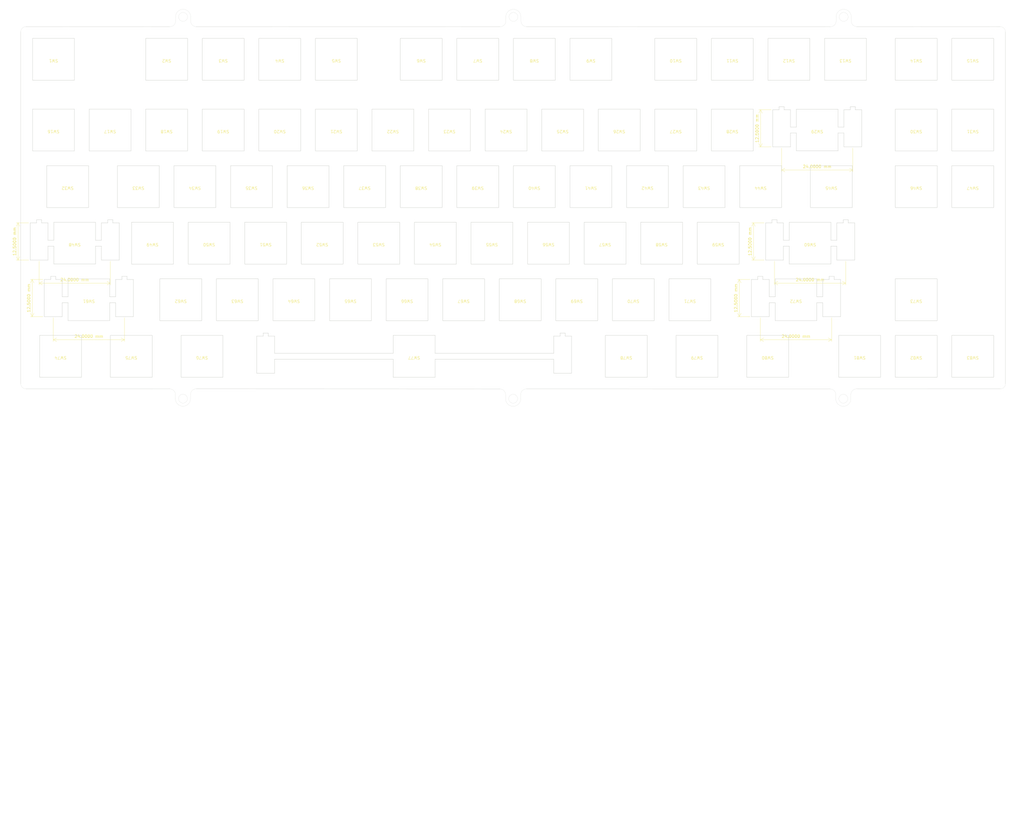
<source format=kicad_pcb>
(kicad_pcb (version 20241229) (generator "pcbnew") (generator_version "9.0")
  (layers (0 "F.Cu" signal) (2 "B.Cu" signal) (13 "F.Paste" user) (15 "B.Paste" user) (5 "F.SilkS" user "F.Silkscreen") (7 "B.SilkS" user "B.Silkscreen") (1 "F.Mask" user) (3 "B.Mask" user) (25 "Edge.Cuts" user))
  (net 0 "")
  (footprint "JohnDeereLibrary:Gateron KS33 Plate" (layer "F.Cu") (at 302.133 48.3235 180)
    (property "Reference" "SW12" (at 0 -0.5 180) (layer "F.SilkS"))
    (property "Value" "~")
    (fp_rect (start -7.05 -7.05) (end 7.05 7.05) (stroke (width 0.12)) (fill no) (layer "Edge.Cuts"))
  )
  (footprint "JohnDeereLibrary:Gateron KS33 Plate" (layer "F.Cu") (at 164.0205 110.236 180)
    (property "Reference" "SW53" (at 0 -0.5 180) (layer "F.SilkS"))
    (property "Value" "~")
    (fp_rect (start -7.05 -7.05) (end 7.05 7.05) (stroke (width 0.12)) (fill no) (layer "Edge.Cuts"))
  )
  (footprint "JohnDeereLibrary:Gateron KS33 Plate" (layer "F.Cu") (at 202.1205 110.236 180)
    (property "Reference" "SW55" (at 0 -0.5 180) (layer "F.SilkS"))
    (property "Value" "~")
    (fp_rect (start -7.05 -7.05) (end 7.05 7.05) (stroke (width 0.12)) (fill no) (layer "Edge.Cuts"))
  )
  (footprint "JohnDeereLibrary:Gateron KS33 Plate" (layer "F.Cu") (at 206.883 72.136 180)
    (property "Reference" "SW24" (at 0 -0.5 180) (layer "F.SilkS"))
    (property "Value" "~")
    (fp_rect (start -7.05 -7.05) (end 7.05 7.05) (stroke (width 0.12)) (fill no) (layer "Edge.Cuts"))
  )
  (footprint "JohnDeereLibrary:Gateron KS33 Plate" (layer "F.Cu") (at 135.4455 129.286 180)
    (property "Reference" "SW64" (at 0 -0.5 180) (layer "F.SilkS"))
    (property "Value" "~")
    (fp_rect (start -7.05 -7.05) (end 7.05 7.05) (stroke (width 0.12)) (fill no) (layer "Edge.Cuts"))
  )
  (footprint "JohnDeereLibrary:Gateron KS33 Plate" (layer "F.Cu") (at 121.158 91.186 180)
    (property "Reference" "SW35" (at 0 -0.5 180) (layer "F.SilkS"))
    (property "Value" "~")
    (fp_rect (start -7.05 -7.05) (end 7.05 7.05) (stroke (width 0.12)) (fill no) (layer "Edge.Cuts"))
  )
  (footprint "JohnDeereLibrary:Gateron Low Profile Stabilizer Plate Cutout" (layer "F.Cu") (at 66.38925 129.286 180)
    (property "Reference" "SW61" (at 0 -0.5 180) (layer "F.SilkS"))
    (property "Value" "~")
    (fp_line (start 15 6.8205) (end 15 -5.6795) (stroke (width 0.12)) (layer "Edge.Cuts"))
    (fp_line (start 15 6.8205) (end 12.85 6.8205) (stroke (width 0.12)) (layer "Edge.Cuts"))
    (fp_line (start 15 -5.6795) (end 9 -5.6795) (stroke (width 0.12)) (layer "Edge.Cuts"))
    (fp_line (start 12.85 7.86) (end 12.85 6.8205) (stroke (width 0.12)) (layer "Edge.Cuts"))
    (fp_line (start 12.85 7.86) (end 11.15 7.86) (stroke (width 0.12)) (layer "Edge.Cuts"))
    (fp_line (start 11.15 7.86) (end 11.15 6.8205) (stroke (width 0.12)) (layer "Edge.Cuts"))
    (fp_line (start 11.15 6.8205) (end 9 6.8205) (stroke (width 0.12)) (layer "Edge.Cuts"))
    (fp_line (start 9 1) (end 9 6.8205) (stroke (width 0.12)) (layer "Edge.Cuts"))
    (fp_line (start 9 1) (end 7.01 1) (stroke (width 0.12)) (layer "Edge.Cuts"))
    (fp_line (start 9 -5.6795) (end 9 -1) (stroke (width 0.12)) (layer "Edge.Cuts"))
    (fp_line (start 7.01 7.01) (end 7.01 1) (stroke (width 0.12)) (layer "Edge.Cuts"))
    (fp_line (start 7.01 -1) (end 9 -1) (stroke (width 0.12)) (layer "Edge.Cuts"))
    (fp_line (start 7.01 -1) (end 7.01 -7.01) (stroke (width 0.12)) (layer "Edge.Cuts"))
    (fp_line (start 7.01 -7.01) (end -7.01 -7.01) (stroke (width 0.12)) (layer "Edge.Cuts"))
    (fp_line (start -7.01 7.01) (end 7.01 7.01) (stroke (width 0.12)) (layer "Edge.Cuts"))
    (fp_line (start -7.01 1) (end -7.01 7.01) (stroke (width 0.12)) (layer "Edge.Cuts"))
    (fp_line (start -7.01 -1) (end -9 -1) (stroke (width 0.12)) (layer "Edge.Cuts"))
    (fp_line (start -7.01 -7.01) (end -7.01 -1) (stroke (width 0.12)) (layer "Edge.Cuts"))
    (fp_line (start -9 1) (end -7.01 1) (stroke (width 0.12)) (layer "Edge.Cuts"))
    (fp_line (start -9 1) (end -9 6.8205) (stroke (width 0.12)) (layer "Edge.Cuts"))
    (fp_line (start -9 -5.6795) (end -9 -1) (stroke (width 0.12)) (layer "Edge.Cuts"))
    (fp_line (start -11.15 7.86) (end -11.15 6.8205) (stroke (width 0.12)) (layer "Edge.Cuts"))
    (fp_line (start -11.15 6.8205) (end -9 6.8205) (stroke (width 0.12)) (layer "Edge.Cuts"))
    (fp_line (start -12.85 7.86) (end -11.15 7.86) (stroke (width 0.12)) (layer "Edge.Cuts"))
    (fp_line (start -12.85 7.86) (end -12.85 6.8205) (stroke (width 0.12)) (layer "Edge.Cuts"))
    (fp_line (start -15 6.8205) (end -12.85 6.8205) (stroke (width 0.12)) (layer "Edge.Cuts"))
    (fp_line (start -15 6.8205) (end -15 -5.6795) (stroke (width 0.12)) (layer "Edge.Cuts"))
    (fp_line (start -15 -5.6795) (end -9 -5.6795) (stroke (width 0.12)) (layer "Edge.Cuts"))
    (dimension (type aligned) (layer "F.SilkS") (pts (xy 54.38925 134.866) (xy 78.38925 134.866)) (height 7.881999) (format (prefix "") (suffix "") (units 3) (units_format 1) (precision 4)) (style (thickness 0.12) (arrow_length 1.27) (text_position_mode 0) (arrow_direction outward) (extension_height 0.58642) (extension_offset 0.5) (keep_text_aligned yes)) (gr_text "24.0000 mm" (at 66.38925 141.597999 0) (layer "F.SilkS") (effects (font (size 1 1) (thickness 0.15)))))
    (dimension (type aligned) (layer "F.SilkS") (pts (xy 51.38925 122.4655) (xy 51.38925 134.9655)) (height 4.0754) (format (prefix "") (suffix "") (units 3) (units_format 1) (precision 4)) (style (thickness 0.12) (arrow_length 1.27) (text_position_mode 0) (arrow_direction outward) (extension_height 0.58642) (extension_offset 0.5) (keep_text_aligned yes)) (gr_text "12.5000 mm" (at 46.16385 128.7155 90) (layer "F.SilkS") (effects (font (size 1 1) (thickness 0.15)))))
  )
  (footprint "JohnDeereLibrary:Gateron KS33 Plate" (layer "F.Cu") (at 111.633 72.136 180)
    (property "Reference" "SW19" (at 0 -0.5 180) (layer "F.SilkS"))
    (property "Value" "~")
    (fp_rect (start -7.05 -7.05) (end 7.05 7.05) (stroke (width 0.12)) (fill no) (layer "Edge.Cuts"))
  )
  (footprint "JohnDeereLibrary:Gateron KS33 Plate" (layer "F.Cu") (at 83.058 91.186 180)
    (property "Reference" "SW33" (at 0 -0.5 180) (layer "F.SilkS"))
    (property "Value" "~")
    (fp_rect (start -7.05 -7.05) (end 7.05 7.05) (stroke (width 0.12)) (fill no) (layer "Edge.Cuts"))
  )
  (footprint "JohnDeereLibrary:Gateron KS33 Plate" (layer "F.Cu") (at 273.558 91.186 180)
    (property "Reference" "SW43" (at 0 -0.5 180) (layer "F.SilkS"))
    (property "Value" "~")
    (fp_rect (start -7.05 -7.05) (end 7.05 7.05) (stroke (width 0.12)) (fill no) (layer "Edge.Cuts"))
  )
  (footprint "JohnDeereLibrary:Gateron KS33 Plate" (layer "F.Cu") (at 173.5455 129.286 180)
    (property "Reference" "SW66" (at 0 -0.5 180) (layer "F.SilkS"))
    (property "Value" "~")
    (fp_rect (start -7.05 -7.05) (end 7.05 7.05) (stroke (width 0.12)) (fill no) (layer "Edge.Cuts"))
  )
  (footprint "JohnDeereLibrary:Gateron KS33 Plate" (layer "F.Cu") (at 87.8205 110.236 180)
    (property "Reference" "SW49" (at 0 -0.5 180) (layer "F.SilkS"))
    (property "Value" "~")
    (fp_rect (start -7.05 -7.05) (end 7.05 7.05) (stroke (width 0.12)) (fill no) (layer "Edge.Cuts"))
  )
  (footprint "JohnDeereLibrary:Gateron Low Profile Stabilizer Plate Cutout" (layer "F.Cu") (at 311.658 72.136 180)
    (property "Reference" "SW29" (at 0 -0.5 180) (layer "F.SilkS"))
    (property "Value" "~")
    (fp_line (start 15 6.8205) (end 15 -5.6795) (stroke (width 0.12)) (layer "Edge.Cuts"))
    (fp_line (start 15 6.8205) (end 12.85 6.8205) (stroke (width 0.12)) (layer "Edge.Cuts"))
    (fp_line (start 15 -5.6795) (end 9 -5.6795) (stroke (width 0.12)) (layer "Edge.Cuts"))
    (fp_line (start 12.85 7.86) (end 12.85 6.8205) (stroke (width 0.12)) (layer "Edge.Cuts"))
    (fp_line (start 12.85 7.86) (end 11.15 7.86) (stroke (width 0.12)) (layer "Edge.Cuts"))
    (fp_line (start 11.15 7.86) (end 11.15 6.8205) (stroke (width 0.12)) (layer "Edge.Cuts"))
    (fp_line (start 11.15 6.8205) (end 9 6.8205) (stroke (width 0.12)) (layer "Edge.Cuts"))
    (fp_line (start 9 1) (end 9 6.8205) (stroke (width 0.12)) (layer "Edge.Cuts"))
    (fp_line (start 9 1) (end 7.01 1) (stroke (width 0.12)) (layer "Edge.Cuts"))
    (fp_line (start 9 -5.6795) (end 9 -1) (stroke (width 0.12)) (layer "Edge.Cuts"))
    (fp_line (start 7.01 7.01) (end 7.01 1) (stroke (width 0.12)) (layer "Edge.Cuts"))
    (fp_line (start 7.01 -1) (end 9 -1) (stroke (width 0.12)) (layer "Edge.Cuts"))
    (fp_line (start 7.01 -1) (end 7.01 -7.01) (stroke (width 0.12)) (layer "Edge.Cuts"))
    (fp_line (start 7.01 -7.01) (end -7.01 -7.01) (stroke (width 0.12)) (layer "Edge.Cuts"))
    (fp_line (start -7.01 7.01) (end 7.01 7.01) (stroke (width 0.12)) (layer "Edge.Cuts"))
    (fp_line (start -7.01 1) (end -7.01 7.01) (stroke (width 0.12)) (layer "Edge.Cuts"))
    (fp_line (start -7.01 -1) (end -9 -1) (stroke (width 0.12)) (layer "Edge.Cuts"))
    (fp_line (start -7.01 -7.01) (end -7.01 -1) (stroke (width 0.12)) (layer "Edge.Cuts"))
    (fp_line (start -9 1) (end -7.01 1) (stroke (width 0.12)) (layer "Edge.Cuts"))
    (fp_line (start -9 1) (end -9 6.8205) (stroke (width 0.12)) (layer "Edge.Cuts"))
    (fp_line (start -9 -5.6795) (end -9 -1) (stroke (width 0.12)) (layer "Edge.Cuts"))
    (fp_line (start -11.15 7.86) (end -11.15 6.8205) (stroke (width 0.12)) (layer "Edge.Cuts"))
    (fp_line (start -11.15 6.8205) (end -9 6.8205) (stroke (width 0.12)) (layer "Edge.Cuts"))
    (fp_line (start -12.85 7.86) (end -11.15 7.86) (stroke (width 0.12)) (layer "Edge.Cuts"))
    (fp_line (start -12.85 7.86) (end -12.85 6.8205) (stroke (width 0.12)) (layer "Edge.Cuts"))
    (fp_line (start -15 6.8205) (end -12.85 6.8205) (stroke (width 0.12)) (layer "Edge.Cuts"))
    (fp_line (start -15 6.8205) (end -15 -5.6795) (stroke (width 0.12)) (layer "Edge.Cuts"))
    (fp_line (start -15 -5.6795) (end -9 -5.6795) (stroke (width 0.12)) (layer "Edge.Cuts"))
    (dimension (type aligned) (layer "F.SilkS") (pts (xy 299.658 77.716) (xy 323.658 77.716)) (height 7.881999) (format (prefix "") (suffix "") (units 3) (units_format 1) (precision 4)) (style (thickness 0.12) (arrow_length 1.27) (text_position_mode 0) (arrow_direction outward) (extension_height 0.58642) (extension_offset 0.5) (keep_text_aligned yes)) (gr_text "24.0000 mm" (at 311.658 84.447999 0) (layer "F.SilkS") (effects (font (size 1 1) (thickness 0.15)))))
    (dimension (type aligned) (layer "F.SilkS") (pts (xy 296.658 65.3155) (xy 296.658 77.8155)) (height 4.0754) (format (prefix "") (suffix "") (units 3) (units_format 1) (precision 4)) (style (thickness 0.12) (arrow_length 1.27) (text_position_mode 0) (arrow_direction outward) (extension_height 0.58642) (extension_offset 0.5) (keep_text_aligned yes)) (gr_text "12.5000 mm" (at 291.4326 71.5655 90) (layer "F.SilkS") (effects (font (size 1 1) (thickness 0.15)))))
  )
  (footprint "JohnDeereLibrary:Gateron KS33 Plate" (layer "F.Cu") (at 111.633 48.3235 180)
    (property "Reference" "SW3" (at 0 -0.5 180) (layer "F.SilkS"))
    (property "Value" "~")
    (fp_rect (start -7.05 -7.05) (end 7.05 7.05) (stroke (width 0.12)) (fill no) (layer "Edge.Cuts"))
  )
  (footprint "JohnDeereLibrary:Gateron KS33 Plate" (layer "F.Cu") (at 216.408 91.186 180)
    (property "Reference" "SW40" (at 0 -0.5 180) (layer "F.SilkS"))
    (property "Value" "~")
    (fp_rect (start -7.05 -7.05) (end 7.05 7.05) (stroke (width 0.12)) (fill no) (layer "Edge.Cuts"))
  )
  (footprint "JohnDeereLibrary:Gateron KS33 Plate" (layer "F.Cu") (at 56.86425 148.336 180)
    (property "Reference" "SW74" (at 0 -0.5 180) (layer "F.SilkS"))
    (property "Value" "~")
    (fp_rect (start -7.05 -7.05) (end 7.05 7.05) (stroke (width 0.12)) (fill no) (layer "Edge.Cuts"))
  )
  (footprint "JohnDeereLibrary:Gateron KS33 Plate" (layer "F.Cu") (at 225.933 72.136 180)
    (property "Reference" "SW25" (at 0 -0.5 180) (layer "F.SilkS"))
    (property "Value" "~")
    (fp_rect (start -7.05 -7.05) (end 7.05 7.05) (stroke (width 0.12)) (fill no) (layer "Edge.Cuts"))
  )
  (footprint "JohnDeereLibrary:Gateron KS33 Plate" (layer "F.Cu") (at 125.9205 110.236 180)
    (property "Reference" "SW51" (at 0 -0.5 180) (layer "F.SilkS"))
    (property "Value" "~")
    (fp_rect (start -7.05 -7.05) (end 7.05 7.05) (stroke (width 0.12)) (fill no) (layer "Edge.Cuts"))
  )
  (footprint "JohnDeereLibrary:Gateron KS33 Plate" (layer "F.Cu") (at 97.3455 129.286 180)
    (property "Reference" "SW62" (at 0 -0.5 180) (layer "F.SilkS"))
    (property "Value" "~")
    (fp_rect (start -7.05 -7.05) (end 7.05 7.05) (stroke (width 0.12)) (fill no) (layer "Edge.Cuts"))
  )
  (footprint "JohnDeereLibrary:Gateron KS33 Plate" (layer "F.Cu") (at 130.683 48.3235 180)
    (property "Reference" "SW4" (at 0 -0.5 180) (layer "F.SilkS"))
    (property "Value" "~")
    (fp_rect (start -7.05 -7.05) (end 7.05 7.05) (stroke (width 0.12)) (fill no) (layer "Edge.Cuts"))
  )
  (footprint "JohnDeereLibrary:Gateron KS33 Plate" (layer "F.Cu") (at 159.258 91.186 180)
    (property "Reference" "SW37" (at 0 -0.5 180) (layer "F.SilkS"))
    (property "Value" "~")
    (fp_rect (start -7.05 -7.05) (end 7.05 7.05) (stroke (width 0.12)) (fill no) (layer "Edge.Cuts"))
  )
  (footprint "JohnDeereLibrary:Gateron KS33 Plate" (layer "F.Cu") (at 259.2705 110.236 180)
    (property "Reference" "SW58" (at 0 -0.5 180) (layer "F.SilkS"))
    (property "Value" "~")
    (fp_rect (start -7.05 -7.05) (end 7.05 7.05) (stroke (width 0.12)) (fill no) (layer "Edge.Cuts"))
  )
  (footprint "JohnDeereLibrary:Gateron KS33 Plate" (layer "F.Cu") (at 325.9455 148.336 180)
    (property "Reference" "SW81" (at 0 -0.5 180) (layer "F.SilkS"))
    (property "Value" "~")
    (fp_rect (start -7.05 -7.05) (end 7.05 7.05) (stroke (width 0.12)) (fill no) (layer "Edge.Cuts"))
  )
  (footprint "JohnDeereLibrary:Gateron KS33 Plate" (layer "F.Cu") (at 235.458 48.3235 180)
    (property "Reference" "SW9" (at 0 -0.5 180) (layer "F.SilkS"))
    (property "Value" "~")
    (fp_rect (start -7.05 -7.05) (end 7.05 7.05) (stroke (width 0.12)) (fill no) (layer "Edge.Cuts"))
  )
  (footprint "JohnDeereLibrary:Gateron KS33 Plate" (layer "F.Cu") (at 140.208 91.186 180)
    (property "Reference" "SW36" (at 0 -0.5 180) (layer "F.SilkS"))
    (property "Value" "~")
    (fp_rect (start -7.05 -7.05) (end 7.05 7.05) (stroke (width 0.12)) (fill no) (layer "Edge.Cuts"))
  )
  (footprint "JohnDeereLibrary:Gateron KS33 Plate" (layer "F.Cu") (at 59.2455 91.186 180)
    (property "Reference" "SW32" (at 0 -0.5 180) (layer "F.SilkS"))
    (property "Value" "~")
    (fp_rect (start -7.05 -7.05) (end 7.05 7.05) (stroke (width 0.12)) (fill no) (layer "Edge.Cuts"))
  )
  (footprint "JohnDeereLibrary:Gateron KS33 Plate" (layer "F.Cu") (at 254.508 91.186 180)
    (property "Reference" "SW42" (at 0 -0.5 180) (layer "F.SilkS"))
    (property "Value" "~")
    (fp_rect (start -7.05 -7.05) (end 7.05 7.05) (stroke (width 0.12)) (fill no) (layer "Edge.Cuts"))
  )
  (footprint "JohnDeereLibrary:Gateron KS33 Plate" (layer "F.Cu") (at 344.9955 48.3235 180)
    (property "Reference" "SW14" (at 0 -0.5 180) (layer "F.SilkS"))
    (property "Value" "~")
    (fp_rect (start -7.05 -7.05) (end 7.05 7.05) (stroke (width 0.12)) (fill no) (layer "Edge.Cuts"))
  )
  (footprint "JohnDeereLibrary:Gateron KS33 Plate" (layer "F.Cu") (at 80.67675 148.336 180)
    (property "Reference" "SW75" (at 0 -0.5 180) (layer "F.SilkS"))
    (property "Value" "~")
    (fp_rect (start -7.05 -7.05) (end 7.05 7.05) (stroke (width 0.12)) (fill no) (layer "Edge.Cuts"))
  )
  (footprint "JohnDeereLibrary:Gateron KS33 Plate" (layer "F.Cu") (at 92.583 72.136 180)
    (property "Reference" "SW18" (at 0 -0.5 180) (layer "F.SilkS"))
    (property "Value" "~")
    (fp_rect (start -7.05 -7.05) (end 7.05 7.05) (stroke (width 0.12)) (fill no) (layer "Edge.Cuts"))
  )
  (footprint "JohnDeereLibrary:Gateron Low Profile Stabilizer Plate Cutout 6.25u" (layer "F.Cu") (at 175.92675 148.336 180)
    (property "Reference" "SW77" (at 0 -0.5 180) (layer "F.SilkS"))
    (property "Value" "~")
    (fp_line (start 53 6.8205) (end 53 -5.6795) (stroke (width 0.12)) (layer "Edge.Cuts"))
    (fp_line (start 53 6.8205) (end 50.85 6.8205) (stroke (width 0.12)) (layer "Edge.Cuts"))
    (fp_line (start 53 -5.6795) (end 47 -5.6795) (stroke (width 0.12)) (layer "Edge.Cuts"))
    (fp_line (start 50.85 7.82) (end 50.85 6.8205) (stroke (width 0.12)) (layer "Edge.Cuts"))
    (fp_line (start 50.85 7.82) (end 49.15 7.82) (stroke (width 0.12)) (layer "Edge.Cuts"))
    (fp_line (start 49.15 7.82) (end 49.15 6.8205) (stroke (width 0.12)) (layer "Edge.Cuts"))
    (fp_line (start 49.15 6.8205) (end 47 6.8205) (stroke (width 0.12)) (layer "Edge.Cuts"))
    (fp_line (start 47 1) (end 47 6.8205) (stroke (width 0.12)) (layer "Edge.Cuts"))
    (fp_line (start 47 1) (end 7.05 1) (stroke (width 0.12)) (layer "Edge.Cuts"))
    (fp_line (start 47 -5.6795) (end 47 -1) (stroke (width 0.12)) (layer "Edge.Cuts"))
    (fp_line (start 7.05 7.05) (end 7.05 1) (stroke (width 0.12)) (layer "Edge.Cuts"))
    (fp_line (start 7.05 -1) (end 47 -1) (stroke (width 0.12)) (layer "Edge.Cuts"))
    (fp_line (start 7.05 -7.05) (end 7.05 -1) (stroke (width 0.12)) (layer "Edge.Cuts"))
    (fp_line (start 7.05 -7.05) (end -7.05 -7.05) (stroke (width 0.12)) (layer "Edge.Cuts"))
    (fp_line (start -7.05 7.05) (end 7.05 7.05) (stroke (width 0.12)) (layer "Edge.Cuts"))
    (fp_line (start -7.05 1) (end -7.05 7.05) (stroke (width 0.12)) (layer "Edge.Cuts"))
    (fp_line (start -7.05 -1) (end -47 -1) (stroke (width 0.12)) (layer "Edge.Cuts"))
    (fp_line (start -7.05 -7.05) (end -7.05 -1) (stroke (width 0.12)) (layer "Edge.Cuts"))
    (fp_line (start -47 1) (end -7.05 1) (stroke (width 0.12)) (layer "Edge.Cuts"))
    (fp_line (start -47 1) (end -47 6.8205) (stroke (width 0.12)) (layer "Edge.Cuts"))
    (fp_line (start -47 -5.6795) (end -47 -1) (stroke (width 0.12)) (layer "Edge.Cuts"))
    (fp_line (start -49.15 7.82) (end -49.15 6.8205) (stroke (width 0.12)) (layer "Edge.Cuts"))
    (fp_line (start -49.15 6.8205) (end -47 6.8205) (stroke (width 0.12)) (layer "Edge.Cuts"))
    (fp_line (start -50.85 7.82) (end -49.15 7.82) (stroke (width 0.12)) (layer "Edge.Cuts"))
    (fp_line (start -50.85 7.82) (end -50.85 6.8205) (stroke (width 0.12)) (layer "Edge.Cuts"))
    (fp_line (start -53 6.8205) (end -50.85 6.8205) (stroke (width 0.12)) (layer "Edge.Cuts"))
    (fp_line (start -53 6.8205) (end -53 -5.6795) (stroke (width 0.12)) (layer "Edge.Cuts"))
    (fp_line (start -53 -5.6795) (end -47 -5.6795) (stroke (width 0.12)) (layer "Edge.Cuts"))
  )
  (footprint "JohnDeereLibrary:Gateron KS33 Plate" (layer "F.Cu") (at 249.7455 129.286 180)
    (property "Reference" "SW70" (at 0 -0.5 180) (layer "F.SilkS"))
    (property "Value" "~")
    (fp_rect (start -7.05 -7.05) (end 7.05 7.05) (stroke (width 0.12)) (fill no) (layer "Edge.Cuts"))
  )
  (footprint "JohnDeereLibrary:Gateron KS33 Plate" (layer "F.Cu") (at 178.308 91.186 180)
    (property "Reference" "SW38" (at 0 -0.5 180) (layer "F.SilkS"))
    (property "Value" "~")
    (fp_rect (start -7.05 -7.05) (end 7.05 7.05) (stroke (width 0.12)) (fill no) (layer "Edge.Cuts"))
  )
  (footprint "JohnDeereLibrary:Gateron KS33 Plate" (layer "F.Cu") (at 149.733 48.3235 180)
    (property "Reference" "SW5" (at 0 -0.5 180) (layer "F.SilkS"))
    (property "Value" "~")
    (fp_rect (start -7.05 -7.05) (end 7.05 7.05) (stroke (width 0.12)) (fill no) (layer "Edge.Cuts"))
  )
  (footprint "JohnDeereLibrary:Gateron KS33 Plate" (layer "F.Cu") (at 178.308 48.3235 180)
    (property "Reference" "SW6" (at 0 -0.5 180) (layer "F.SilkS"))
    (property "Value" "~")
    (fp_rect (start -7.05 -7.05) (end 7.05 7.05) (stroke (width 0.12)) (fill no) (layer "Edge.Cuts"))
  )
  (footprint "JohnDeereLibrary:Gateron KS33 Plate" (layer "F.Cu") (at 144.9705 110.236 180)
    (property "Reference" "SW52" (at 0 -0.5 180) (layer "F.SilkS"))
    (property "Value" "~")
    (fp_rect (start -7.05 -7.05) (end 7.05 7.05) (stroke (width 0.12)) (fill no) (layer "Edge.Cuts"))
  )
  (footprint "JohnDeereLibrary:Gateron KS33 Plate" (layer "F.Cu") (at 364.0455 48.3235 180)
    (property "Reference" "SW15" (at 0 -0.5 180) (layer "F.SilkS"))
    (property "Value" "~")
    (fp_rect (start -7.05 -7.05) (end 7.05 7.05) (stroke (width 0.12)) (fill no) (layer "Edge.Cuts"))
  )
  (footprint "JohnDeereLibrary:Gateron KS33 Plate" (layer "F.Cu") (at 264.033 48.3235 180)
    (property "Reference" "SW10" (at 0 -0.5 180) (layer "F.SilkS"))
    (property "Value" "~")
    (fp_rect (start -7.05 -7.05) (end 7.05 7.05) (stroke (width 0.12)) (fill no) (layer "Edge.Cuts"))
  )
  (footprint "JohnDeereLibrary:Gateron KS33 Plate" (layer "F.Cu") (at 344.9955 129.286 180)
    (property "Reference" "SW73" (at 0 -0.5 180) (layer "F.SilkS"))
    (property "Value" "~")
    (fp_rect (start -7.05 -7.05) (end 7.05 7.05) (stroke (width 0.12)) (fill no) (layer "Edge.Cuts"))
  )
  (footprint "JohnDeereLibrary:Gateron KS33 Plate" (layer "F.Cu") (at 244.983 72.136 180)
    (property "Reference" "SW26" (at 0 -0.5 180) (layer "F.SilkS"))
    (property "Value" "~")
    (fp_rect (start -7.05 -7.05) (end 7.05 7.05) (stroke (width 0.12)) (fill no) (layer "Edge.Cuts"))
  )
  (footprint "JohnDeereLibrary:Gateron KS33 Plate" (layer "F.Cu") (at 316.4205 91.186 180)
    (property "Reference" "SW45" (at 0 -0.5 180) (layer "F.SilkS"))
    (property "Value" "~")
    (fp_rect (start -7.05 -7.05) (end 7.05 7.05) (stroke (width 0.12)) (fill no) (layer "Edge.Cuts"))
  )
  (footprint "JohnDeereLibrary:Gateron KS33 Plate" (layer "F.Cu") (at 271.17675 148.336 180)
    (property "Reference" "SW79" (at 0 -0.5 180) (layer "F.SilkS"))
    (property "Value" "~")
    (fp_rect (start -7.05 -7.05) (end 7.05 7.05) (stroke (width 0.12)) (fill no) (layer "Edge.Cuts"))
  )
  (footprint "JohnDeereLibrary:Gateron KS33 Plate" (layer "F.Cu") (at 216.408 48.3235 180)
    (property "Reference" "SW8" (at 0 -0.5 180) (layer "F.SilkS"))
    (property "Value" "~")
    (fp_rect (start -7.05 -7.05) (end 7.05 7.05) (stroke (width 0.12)) (fill no) (layer "Edge.Cuts"))
  )
  (footprint "JohnDeereLibrary:Gateron KS33 Plate" (layer "F.Cu") (at 73.533 72.136 180)
    (property "Reference" "SW17" (at 0 -0.5 180) (layer "F.SilkS"))
    (property "Value" "~")
    (fp_rect (start -7.05 -7.05) (end 7.05 7.05) (stroke (width 0.12)) (fill no) (layer "Edge.Cuts"))
  )
  (footprint "JohnDeereLibrary:Gateron KS33 Plate" (layer "F.Cu") (at 54.483 48.3235 180)
    (property "Reference" "SW1" (at 0 -0.5 180) (layer "F.SilkS"))
    (property "Value" "~")
    (fp_rect (start -7.05 -7.05) (end 7.05 7.05) (stroke (width 0.12)) (fill no) (layer "Edge.Cuts"))
  )
  (footprint "JohnDeereLibrary:Gateron Low Profile Stabilizer Plate Cutout" (layer "F.Cu") (at 309.27675 110.236 180)
    (property "Reference" "SW60" (at 0 -0.5 180) (layer "F.SilkS"))
    (property "Value" "~")
    (fp_line (start 15 6.8205) (end 15 -5.6795) (stroke (width 0.12)) (layer "Edge.Cuts"))
    (fp_line (start 15 6.8205) (end 12.85 6.8205) (stroke (width 0.12)) (layer "Edge.Cuts"))
    (fp_line (start 15 -5.6795) (end 9 -5.6795) (stroke (width 0.12)) (layer "Edge.Cuts"))
    (fp_line (start 12.85 7.86) (end 12.85 6.8205) (stroke (width 0.12)) (layer "Edge.Cuts"))
    (fp_line (start 12.85 7.86) (end 11.15 7.86) (stroke (width 0.12)) (layer "Edge.Cuts"))
    (fp_line (start 11.15 7.86) (end 11.15 6.8205) (stroke (width 0.12)) (layer "Edge.Cuts"))
    (fp_line (start 11.15 6.8205) (end 9 6.8205) (stroke (width 0.12)) (layer "Edge.Cuts"))
    (fp_line (start 9 1) (end 9 6.8205) (stroke (width 0.12)) (layer "Edge.Cuts"))
    (fp_line (start 9 1) (end 7.01 1) (stroke (width 0.12)) (layer "Edge.Cuts"))
    (fp_line (start 9 -5.6795) (end 9 -1) (stroke (width 0.12)) (layer "Edge.Cuts"))
    (fp_line (start 7.01 7.01) (end 7.01 1) (stroke (width 0.12)) (layer "Edge.Cuts"))
    (fp_line (start 7.01 -1) (end 9 -1) (stroke (width 0.12)) (layer "Edge.Cuts"))
    (fp_line (start 7.01 -1) (end 7.01 -7.01) (stroke (width 0.12)) (layer "Edge.Cuts"))
    (fp_line (start 7.01 -7.01) (end -7.01 -7.01) (stroke (width 0.12)) (layer "Edge.Cuts"))
    (fp_line (start -7.01 7.01) (end 7.01 7.01) (stroke (width 0.12)) (layer "Edge.Cuts"))
    (fp_line (start -7.01 1) (end -7.01 7.01) (stroke (width 0.12)) (layer "Edge.Cuts"))
    (fp_line (start -7.01 -1) (end -9 -1) (stroke (width 0.12)) (layer "Edge.Cuts"))
    (fp_line (start -7.01 -7.01) (end -7.01 -1) (stroke (width 0.12)) (layer "Edge.Cuts"))
    (fp_line (start -9 1) (end -7.01 1) (stroke (width 0.12)) (layer "Edge.Cuts"))
    (fp_line (start -9 1) (end -9 6.8205) (stroke (width 0.12)) (layer "Edge.Cuts"))
    (fp_line (start -9 -5.6795) (end -9 -1) (stroke (width 0.12)) (layer "Edge.Cuts"))
    (fp_line (start -11.15 7.86) (end -11.15 6.8205) (stroke (width 0.12)) (layer "Edge.Cuts"))
    (fp_line (start -11.15 6.8205) (end -9 6.8205) (stroke (width 0.12)) (layer "Edge.Cuts"))
    (fp_line (start -12.85 7.86) (end -11.15 7.86) (stroke (width 0.12)) (layer "Edge.Cuts"))
    (fp_line (start -12.85 7.86) (end -12.85 6.8205) (stroke (width 0.12)) (layer "Edge.Cuts"))
    (fp_line (start -15 6.8205) (end -12.85 6.8205) (stroke (width 0.12)) (layer "Edge.Cuts"))
    (fp_line (start -15 6.8205) (end -15 -5.6795) (stroke (width 0.12)) (layer "Edge.Cuts"))
    (fp_line (start -15 -5.6795) (end -9 -5.6795) (stroke (width 0.12)) (layer "Edge.Cuts"))
    (dimension (type aligned) (layer "F.SilkS") (pts (xy 294.27675 103.4155) (xy 294.27675 115.9155)) (height 4.0754) (format (prefix "") (suffix "") (units 3) (units_format 1) (precision 4)) (style (thickness 0.12) (arrow_length 1.27) (text_position_mode 0) (arrow_direction outward) (extension_height 0.58642) (extension_offset 0.5) (keep_text_aligned yes)) (gr_text "12.5000 mm" (at 289.05135 109.6655 90) (layer "F.SilkS") (effects (font (size 1 1) (thickness 0.15)))))
    (dimension (type aligned) (layer "F.SilkS") (pts (xy 297.27675 115.816) (xy 321.27675 115.816)) (height 7.881999) (format (prefix "") (suffix "") (units 3) (units_format 1) (precision 4)) (style (thickness 0.12) (arrow_length 1.27) (text_position_mode 0) (arrow_direction outward) (extension_height 0.58642) (extension_offset 0.5) (keep_text_aligned yes)) (gr_text "24.0000 mm" (at 309.27675 122.547999 0) (layer "F.SilkS") (effects (font (size 1 1) (thickness 0.15)))))
  )
  (footprint "JohnDeereLibrary:Gateron KS33 Plate" (layer "F.Cu") (at 364.0455 148.336 180)
    (property "Reference" "SW83" (at 0 -0.5 180) (layer "F.SilkS"))
    (property "Value" "~")
    (fp_rect (start -7.05 -7.05) (end 7.05 7.05) (stroke (width 0.12)) (fill no) (layer "Edge.Cuts"))
  )
  (footprint "JohnDeereLibrary:Gateron KS33 Plate" (layer "F.Cu") (at 197.358 91.186 180)
    (property "Reference" "SW39" (at 0 -0.5 180) (layer "F.SilkS"))
    (property "Value" "~")
    (fp_rect (start -7.05 -7.05) (end 7.05 7.05) (stroke (width 0.12)) (fill no) (layer "Edge.Cuts"))
  )
  (footprint "JohnDeereLibrary:Gateron KS33 Plate" (layer "F.Cu") (at 292.608 91.186 180)
    (property "Reference" "SW44" (at 0 -0.5 180) (layer "F.SilkS"))
    (property "Value" "~")
    (fp_rect (start -7.05 -7.05) (end 7.05 7.05) (stroke (width 0.12)) (fill no) (layer "Edge.Cuts"))
  )
  (footprint "JohnDeereLibrary:Gateron KS33 Plate" (layer "F.Cu") (at 247.36425 148.336 180)
    (property "Reference" "SW78" (at 0 -0.5 180) (layer "F.SilkS"))
    (property "Value" "~")
    (fp_rect (start -7.05 -7.05) (end 7.05 7.05) (stroke (width 0.12)) (fill no) (layer "Edge.Cuts"))
  )
  (footprint "JohnDeereLibrary:Gateron KS33 Plate" (layer "F.Cu") (at 240.2205 110.236 180)
    (property "Reference" "SW57" (at 0 -0.5 180) (layer "F.SilkS"))
    (property "Value" "~")
    (fp_rect (start -7.05 -7.05) (end 7.05 7.05) (stroke (width 0.12)) (fill no) (layer "Edge.Cuts"))
  )
  (footprint "JohnDeereLibrary:Gateron KS33 Plate" (layer "F.Cu") (at 278.3205 110.236 180)
    (property "Reference" "SW59" (at 0 -0.5 180) (layer "F.SilkS"))
    (property "Value" "~")
    (fp_rect (start -7.05 -7.05) (end 7.05 7.05) (stroke (width 0.12)) (fill no) (layer "Edge.Cuts"))
  )
  (footprint "JohnDeereLibrary:Gateron KS33 Plate" (layer "F.Cu") (at 154.4955 129.286 180)
    (property "Reference" "SW65" (at 0 -0.5 180) (layer "F.SilkS"))
    (property "Value" "~")
    (fp_rect (start -7.05 -7.05) (end 7.05 7.05) (stroke (width 0.12)) (fill no) (layer "Edge.Cuts"))
  )
  (footprint "JohnDeereLibrary:Gateron Low Profile Stabilizer Plate Cutout" (layer "F.Cu") (at 304.51425 129.286 180)
    (property "Reference" "SW72" (at 0 -0.5 180) (layer "F.SilkS"))
    (property "Value" "~")
    (fp_line (start 15 6.8205) (end 15 -5.6795) (stroke (width 0.12)) (layer "Edge.Cuts"))
    (fp_line (start 15 6.8205) (end 12.85 6.8205) (stroke (width 0.12)) (layer "Edge.Cuts"))
    (fp_line (start 15 -5.6795) (end 9 -5.6795) (stroke (width 0.12)) (layer "Edge.Cuts"))
    (fp_line (start 12.85 7.86) (end 12.85 6.8205) (stroke (width 0.12)) (layer "Edge.Cuts"))
    (fp_line (start 12.85 7.86) (end 11.15 7.86) (stroke (width 0.12)) (layer "Edge.Cuts"))
    (fp_line (start 11.15 7.86) (end 11.15 6.8205) (stroke (width 0.12)) (layer "Edge.Cuts"))
    (fp_line (start 11.15 6.8205) (end 9 6.8205) (stroke (width 0.12)) (layer "Edge.Cuts"))
    (fp_line (start 9 1) (end 9 6.8205) (stroke (width 0.12)) (layer "Edge.Cuts"))
    (fp_line (start 9 1) (end 7.01 1) (stroke (width 0.12)) (layer "Edge.Cuts"))
    (fp_line (start 9 -5.6795) (end 9 -1) (stroke (width 0.12)) (layer "Edge.Cuts"))
    (fp_line (start 7.01 7.01) (end 7.01 1) (stroke (width 0.12)) (layer "Edge.Cuts"))
    (fp_line (start 7.01 -1) (end 9 -1) (stroke (width 0.12)) (layer "Edge.Cuts"))
    (fp_line (start 7.01 -1) (end 7.01 -7.01) (stroke (width 0.12)) (layer "Edge.Cuts"))
    (fp_line (start 7.01 -7.01) (end -7.01 -7.01) (stroke (width 0.12)) (layer "Edge.Cuts"))
    (fp_line (start -7.01 7.01) (end 7.01 7.01) (stroke (width 0.12)) (layer "Edge.Cuts"))
    (fp_line (start -7.01 1) (end -7.01 7.01) (stroke (width 0.12)) (layer "Edge.Cuts"))
    (fp_line (start -7.01 -1) (end -9 -1) (stroke (width 0.12)) (layer "Edge.Cuts"))
    (fp_line (start -7.01 -7.01) (end -7.01 -1) (stroke (width 0.12)) (layer "Edge.Cuts"))
    (fp_line (start -9 1) (end -7.01 1) (stroke (width 0.12)) (layer "Edge.Cuts"))
    (fp_line (start -9 1) (end -9 6.8205) (stroke (width 0.12)) (layer "Edge.Cuts"))
    (fp_line (start -9 -5.6795) (end -9 -1) (stroke (width 0.12)) (layer "Edge.Cuts"))
    (fp_line (start -11.15 7.86) (end -11.15 6.8205) (stroke (width 0.12)) (layer "Edge.Cuts"))
    (fp_line (start -11.15 6.8205) (end -9 6.8205) (stroke (width 0.12)) (layer "Edge.Cuts"))
    (fp_line (start -12.85 7.86) (end -11.15 7.86) (stroke (width 0.12)) (layer "Edge.Cuts"))
    (fp_line (start -12.85 7.86) (end -12.85 6.8205) (stroke (width 0.12)) (layer "Edge.Cuts"))
    (fp_line (start -15 6.8205) (end -12.85 6.8205) (stroke (width 0.12)) (layer "Edge.Cuts"))
    (fp_line (start -15 6.8205) (end -15 -5.6795) (stroke (width 0.12)) (layer "Edge.Cuts"))
    (fp_line (start -15 -5.6795) (end -9 -5.6795) (stroke (width 0.12)) (layer "Edge.Cuts"))
    (dimension (type aligned) (layer "F.SilkS") (pts (xy 292.51425 134.866) (xy 316.51425 134.866)) (height 7.881999) (format (prefix "") (suffix "") (units 3) (units_format 1) (precision 4)) (style (thickness 0.12) (arrow_length 1.27) (text_position_mode 0) (arrow_direction outward) (extension_height 0.58642) (extension_offset 0.5) (keep_text_aligned yes)) (gr_text "24.0000 mm" (at 304.51425 141.597999 0) (layer "F.SilkS") (effects (font (size 1 1) (thickness 0.15)))))
    (dimension (type aligned) (layer "F.SilkS") (pts (xy 289.51425 122.4655) (xy 289.51425 134.9655)) (height 4.0754) (format (prefix "") (suffix "") (units 3) (units_format 1) (precision 4)) (style (thickness 0.12) (arrow_length 1.27) (text_position_mode 0) (arrow_direction outward) (extension_height 0.58642) (extension_offset 0.5) (keep_text_aligned yes)) (gr_text "12.5000 mm" (at 284.28885 128.7155 90) (layer "F.SilkS") (effects (font (size 1 1) (thickness 0.15)))))
  )
  (footprint "JohnDeereLibrary:Gateron KS33 Plate" (layer "F.Cu") (at 92.583 48.3235 180)
    (property "Reference" "SW2" (at 0 -0.5 180) (layer "F.SilkS"))
    (property "Value" "~")
    (fp_rect (start -7.05 -7.05) (end 7.05 7.05) (stroke (width 0.12)) (fill no) (layer "Edge.Cuts"))
  )
  (footprint "JohnDeereLibrary:Gateron KS33 Plate" (layer "F.Cu") (at 283.083 72.136 180)
    (property "Reference" "SW28" (at 0 -0.5 180) (layer "F.SilkS"))
    (property "Value" "~")
    (fp_rect (start -7.05 -7.05) (end 7.05 7.05) (stroke (width 0.12)) (fill no) (layer "Edge.Cuts"))
  )
  (footprint "JohnDeereLibrary:Gateron KS33 Plate" (layer "F.Cu") (at 54.483 72.136 180)
    (property "Reference" "SW16" (at 0 -0.5 180) (layer "F.SilkS"))
    (property "Value" "~")
    (fp_rect (start -7.05 -7.05) (end 7.05 7.05) (stroke (width 0.12)) (fill no) (layer "Edge.Cuts"))
  )
  (footprint "JohnDeereLibrary:Gateron KS33 Plate" (layer "F.Cu") (at 221.1705 110.236 180)
    (property "Reference" "SW56" (at 0 -0.5 180) (layer "F.SilkS"))
    (property "Value" "~")
    (fp_rect (start -7.05 -7.05) (end 7.05 7.05) (stroke (width 0.12)) (fill no) (layer "Edge.Cuts"))
  )
  (footprint "JohnDeereLibrary:Gateron KS33 Plate" (layer "F.Cu") (at 116.3955 129.286 180)
    (property "Reference" "SW63" (at 0 -0.5 180) (layer "F.SilkS"))
    (property "Value" "~")
    (fp_rect (start -7.05 -7.05) (end 7.05 7.05) (stroke (width 0.12)) (fill no) (layer "Edge.Cuts"))
  )
  (footprint "JohnDeereLibrary:Gateron KS33 Plate" (layer "F.Cu") (at 192.5955 129.286 180)
    (property "Reference" "SW67" (at 0 -0.5 180) (layer "F.SilkS"))
    (property "Value" "~")
    (fp_rect (start -7.05 -7.05) (end 7.05 7.05) (stroke (width 0.12)) (fill no) (layer "Edge.Cuts"))
  )
  (footprint "JohnDeereLibrary:Gateron KS33 Plate" (layer "F.Cu") (at 364.0455 91.186 180)
    (property "Reference" "SW47" (at 0 -0.5 180) (layer "F.SilkS"))
    (property "Value" "~")
    (fp_rect (start -7.05 -7.05) (end 7.05 7.05) (stroke (width 0.12)) (fill no) (layer "Edge.Cuts"))
  )
  (footprint "JohnDeereLibrary:Gateron KS33 Plate" (layer "F.Cu") (at 211.6455 129.286 180)
    (property "Reference" "SW68" (at 0 -0.5 180) (layer "F.SilkS"))
    (property "Value" "~")
    (fp_rect (start -7.05 -7.05) (end 7.05 7.05) (stroke (width 0.12)) (fill no) (layer "Edge.Cuts"))
  )
  (footprint "JohnDeereLibrary:Gateron KS33 Plate" (layer "F.Cu") (at 235.458 91.186 180)
    (property "Reference" "SW41" (at 0 -0.5 180) (layer "F.SilkS"))
    (property "Value" "~")
    (fp_rect (start -7.05 -7.05) (end 7.05 7.05) (stroke (width 0.12)) (fill no) (layer "Edge.Cuts"))
  )
  (footprint "JohnDeereLibrary:Gateron KS33 Plate" (layer "F.Cu") (at 268.7955 129.286 180)
    (property "Reference" "SW71" (at 0 -0.5 180) (layer "F.SilkS"))
    (property "Value" "~")
    (fp_rect (start -7.05 -7.05) (end 7.05 7.05) (stroke (width 0.12)) (fill no) (layer "Edge.Cuts"))
  )
  (footprint "JohnDeereLibrary:Gateron KS33 Plate" (layer "F.Cu") (at 283.083 48.3235 180)
    (property "Reference" "SW11" (at 0 -0.5 180) (layer "F.SilkS"))
    (property "Value" "~")
    (fp_rect (start -7.05 -7.05) (end 7.05 7.05) (stroke (width 0.12)) (fill no) (layer "Edge.Cuts"))
  )
  (footprint "JohnDeereLibrary:Gateron KS33 Plate" (layer "F.Cu") (at 197.358 48.3235 180)
    (property "Reference" "SW7" (at 0 -0.5 180) (layer "F.SilkS"))
    (property "Value" "~")
    (fp_rect (start -7.05 -7.05) (end 7.05 7.05) (stroke (width 0.12)) (fill no) (layer "Edge.Cuts"))
  )
  (footprint "JohnDeereLibrary:Gateron KS33 Plate" (layer "F.Cu") (at 344.9955 148.336 180)
    (property "Reference" "SW82" (at 0 -0.5 180) (layer "F.SilkS"))
    (property "Value" "~")
    (fp_rect (start -7.05 -7.05) (end 7.05 7.05) (stroke (width 0.12)) (fill no) (layer "Edge.Cuts"))
  )
  (footprint "JohnDeereLibrary:Gateron KS33 Plate" (layer "F.Cu") (at 294.98925 148.336 180)
    (property "Reference" "SW80" (at 0 -0.5 180) (layer "F.SilkS"))
    (property "Value" "~")
    (fp_rect (start -7.05 -7.05) (end 7.05 7.05) (stroke (width 0.12)) (fill no) (layer "Edge.Cuts"))
  )
  (footprint "JohnDeereLibrary:Gateron KS33 Plate" (layer "F.Cu") (at 344.9955 72.136 180)
    (property "Reference" "SW30" (at 0 -0.5 180) (layer "F.SilkS"))
    (property "Value" "~")
    (fp_rect (start -7.05 -7.05) (end 7.05 7.05) (stroke (width 0.12)) (fill no) (layer "Edge.Cuts"))
  )
  (footprint "JohnDeereLibrary:Gateron KS33 Plate" (layer "F.Cu") (at 264.033 72.136 180)
    (property "Reference" "SW27" (at 0 -0.5 180) (layer "F.SilkS"))
    (property "Value" "~")
    (fp_rect (start -7.05 -7.05) (end 7.05 7.05) (stroke (width 0.12)) (fill no) (layer "Edge.Cuts"))
  )
  (footprint "JohnDeereLibrary:Gateron KS33 Plate" (layer "F.Cu") (at 183.0705 110.236 180)
    (property "Reference" "SW54" (at 0 -0.5 180) (layer "F.SilkS"))
    (property "Value" "~")
    (fp_rect (start -7.05 -7.05) (end 7.05 7.05) (stroke (width 0.12)) (fill no) (layer "Edge.Cuts"))
  )
  (footprint "JohnDeereLibrary:Gateron KS33 Plate" (layer "F.Cu") (at 321.183 48.3235 180)
    (property "Reference" "SW13" (at 0 -0.5 180) (layer "F.SilkS"))
    (property "Value" "~")
    (fp_rect (start -7.05 -7.05) (end 7.05 7.05) (stroke (width 0.12)) (fill no) (layer "Edge.Cuts"))
  )
  (footprint "JohnDeereLibrary:Gateron KS33 Plate" (layer "F.Cu") (at 187.833 72.136 180)
    (property "Reference" "SW23" (at 0 -0.5 180) (layer "F.SilkS"))
    (property "Value" "~")
    (fp_rect (start -7.05 -7.05) (end 7.05 7.05) (stroke (width 0.12)) (fill no) (layer "Edge.Cuts"))
  )
  (footprint "JohnDeereLibrary:Gateron KS33 Plate" (layer "F.Cu") (at 130.683 72.136 180)
    (property "Reference" "SW20" (at 0 -0.5 180) (layer "F.SilkS"))
    (property "Value" "~")
    (fp_rect (start -7.05 -7.05) (end 7.05 7.05) (stroke (width 0.12)) (fill no) (layer "Edge.Cuts"))
  )
  (footprint "JohnDeereLibrary:Gateron KS33 Plate" (layer "F.Cu") (at 364.0455 72.136 180)
    (property "Reference" "SW31" (at 0 -0.5 180) (layer "F.SilkS"))
    (property "Value" "~")
    (fp_rect (start -7.05 -7.05) (end 7.05 7.05) (stroke (width 0.12)) (fill no) (layer "Edge.Cuts"))
  )
  (footprint "JohnDeereLibrary:Gateron KS33 Plate" (layer "F.Cu") (at 344.9955 91.186 180)
    (property "Reference" "SW46" (at 0 -0.5 180) (layer "F.SilkS"))
    (property "Value" "~")
    (fp_rect (start -7.05 -7.05) (end 7.05 7.05) (stroke (width 0.12)) (fill no) (layer "Edge.Cuts"))
  )
  (footprint "JohnDeereLibrary:Gateron Low Profile Stabilizer Plate Cutout" (layer "F.Cu") (at 61.62675 110.236 180)
    (property "Reference" "SW48" (at 0 -0.5 180) (layer "F.SilkS"))
    (property "Value" "~")
    (fp_line (start 15 6.8205) (end 15 -5.6795) (stroke (width 0.12)) (layer "Edge.Cuts"))
    (fp_line (start 15 6.8205) (end 12.85 6.8205) (stroke (width 0.12)) (layer "Edge.Cuts"))
    (fp_line (start 15 -5.6795) (end 9 -5.6795) (stroke (width 0.12)) (layer "Edge.Cuts"))
    (fp_line (start 12.85 7.86) (end 12.85 6.8205) (stroke (width 0.12)) (layer "Edge.Cuts"))
    (fp_line (start 12.85 7.86) (end 11.15 7.86) (stroke (width 0.12)) (layer "Edge.Cuts"))
    (fp_line (start 11.15 7.86) (end 11.15 6.8205) (stroke (width 0.12)) (layer "Edge.Cuts"))
    (fp_line (start 11.15 6.8205) (end 9 6.8205) (stroke (width 0.12)) (layer "Edge.Cuts"))
    (fp_line (start 9 1) (end 9 6.8205) (stroke (width 0.12)) (layer "Edge.Cuts"))
    (fp_line (start 9 1) (end 7.01 1) (stroke (width 0.12)) (layer "Edge.Cuts"))
    (fp_line (start 9 -5.6795) (end 9 -1) (stroke (width 0.12)) (layer "Edge.Cuts"))
    (fp_line (start 7.01 7.01) (end 7.01 1) (stroke (width 0.12)) (layer "Edge.Cuts"))
    (fp_line (start 7.01 -1) (end 9 -1) (stroke (width 0.12)) (layer "Edge.Cuts"))
    (fp_line (start 7.01 -1) (end 7.01 -7.01) (stroke (width 0.12)) (layer "Edge.Cuts"))
    (fp_line (start 7.01 -7.01) (end -7.01 -7.01) (stroke (width 0.12)) (layer "Edge.Cuts"))
    (fp_line (start -7.01 7.01) (end 7.01 7.01) (stroke (width 0.12)) (layer "Edge.Cuts"))
    (fp_line (start -7.01 1) (end -7.01 7.01) (stroke (width 0.12)) (layer "Edge.Cuts"))
    (fp_line (start -7.01 -1) (end -9 -1) (stroke (width 0.12)) (layer "Edge.Cuts"))
    (fp_line (start -7.01 -7.01) (end -7.01 -1) (stroke (width 0.12)) (layer "Edge.Cuts"))
    (fp_line (start -9 1) (end -7.01 1) (stroke (width 0.12)) (layer "Edge.Cuts"))
    (fp_line (start -9 1) (end -9 6.8205) (stroke (width 0.12)) (layer "Edge.Cuts"))
    (fp_line (start -9 -5.6795) (end -9 -1) (stroke (width 0.12)) (layer "Edge.Cuts"))
    (fp_line (start -11.15 7.86) (end -11.15 6.8205) (stroke (width 0.12)) (layer "Edge.Cuts"))
    (fp_line (start -11.15 6.8205) (end -9 6.8205) (stroke (width 0.12)) (layer "Edge.Cuts"))
    (fp_line (start -12.85 7.86) (end -11.15 7.86) (stroke (width 0.12)) (layer "Edge.Cuts"))
    (fp_line (start -12.85 7.86) (end -12.85 6.8205) (stroke (width 0.12)) (layer "Edge.Cuts"))
    (fp_line (start -15 6.8205) (end -12.85 6.8205) (stroke (width 0.12)) (layer "Edge.Cuts"))
    (fp_line (start -15 6.8205) (end -15 -5.6795) (stroke (width 0.12)) (layer "Edge.Cuts"))
    (fp_line (start -15 -5.6795) (end -9 -5.6795) (stroke (width 0.12)) (layer "Edge.Cuts"))
    (dimension (type aligned) (layer "F.SilkS") (pts (xy 46.62675 103.4155) (xy 46.62675 115.9155)) (height 4.0754) (format (prefix "") (suffix "") (units 3) (units_format 1) (precision 4)) (style (thickness 0.12) (arrow_length 1.27) (text_position_mode 0) (arrow_direction outward) (extension_height 0.58642) (extension_offset 0.5) (keep_text_aligned yes)) (gr_text "12.5000 mm" (at 41.40135 109.6655 90) (layer "F.SilkS") (effects (font (size 1 1) (thickness 0.15)))))
    (dimension (type aligned) (layer "F.SilkS") (pts (xy 49.62675 115.816) (xy 73.62675 115.816)) (height 7.881999) (format (prefix "") (suffix "") (units 3) (units_format 1) (precision 4)) (style (thickness 0.12) (arrow_length 1.27) (text_position_mode 0) (arrow_direction outward) (extension_height 0.58642) (extension_offset 0.5) (keep_text_aligned yes)) (gr_text "24.0000 mm" (at 61.62675 122.547999 0) (layer "F.SilkS") (effects (font (size 1 1) (thickness 0.15)))))
  )
  (footprint "JohnDeereLibrary:Gateron KS33 Plate" (layer "F.Cu") (at 106.8705 110.236 180)
    (property "Reference" "SW50" (at 0 -0.5 180) (layer "F.SilkS"))
    (property "Value" "~")
    (fp_rect (start -7.05 -7.05) (end 7.05 7.05) (stroke (width 0.12)) (fill no) (layer "Edge.Cuts"))
  )
  (footprint "JohnDeereLibrary:Gateron KS33 Plate" (layer "F.Cu") (at 102.108 91.186 180)
    (property "Reference" "SW34" (at 0 -0.5 180) (layer "F.SilkS"))
    (property "Value" "~")
    (fp_rect (start -7.05 -7.05) (end 7.05 7.05) (stroke (width 0.12)) (fill no) (layer "Edge.Cuts"))
  )
  (footprint "JohnDeereLibrary:Gateron KS33 Plate" (layer "F.Cu") (at 230.6955 129.286 180)
    (property "Reference" "SW69" (at 0 -0.5 180) (layer "F.SilkS"))
    (property "Value" "~")
    (fp_rect (start -7.05 -7.05) (end 7.05 7.05) (stroke (width 0.12)) (fill no) (layer "Edge.Cuts"))
  )
  (footprint "JohnDeereLibrary:Gateron KS33 Plate" (layer "F.Cu") (at 168.783 72.136 180)
    (property "Reference" "SW22" (at 0 -0.5 180) (layer "F.SilkS"))
    (property "Value" "~")
    (fp_rect (start -7.05 -7.05) (end 7.05 7.05) (stroke (width 0.12)) (fill no) (layer "Edge.Cuts"))
  )
  (footprint "JohnDeereLibrary:Gateron KS33 Plate" (layer "F.Cu") (at 149.733 72.136 180)
    (property "Reference" "SW21" (at 0 -0.5 180) (layer "F.SilkS"))
    (property "Value" "~")
    (fp_rect (start -7.05 -7.05) (end 7.05 7.05) (stroke (width 0.12)) (fill no) (layer "Edge.Cuts"))
  )
  (footprint "JohnDeereLibrary:Gateron KS33 Plate" (layer "F.Cu") (at 104.48925 148.336 180)
    (property "Reference" "SW76" (at 0 -0.5 180) (layer "F.SilkS"))
    (property "Value" "~")
    (fp_rect (start -7.05 -7.05) (end 7.05 7.05) (stroke (width 0.12)) (fill no) (layer "Edge.Cuts"))
  )
  (gr_arc (start 95.575324 34.036) (mid 98.123439 31.487885) (end 100.671554 34.036) (stroke (width 0.05)) (layer "Edge.Cuts"))
  (gr_line (start 100.671554 34.036) (end 100.671554 35.343258) (stroke (width 0.05)) (layer "Edge.Cuts"))
  (gr_line (start 43.484801 157.586044) (end 43.483 39.051) (stroke (width 0.1)) (layer "Edge.Cuts"))
  (gr_line (start 93.594687 37.341612) (end 45.212 37.322) (stroke (width 0.1)) (layer "Edge.Cuts"))
  (gr_arc (start 206.8068 34.036) (mid 209.354915 31.487885) (end 211.90303 34.036) (stroke (width 0.05)) (layer "Edge.Cuts"))
  (gr_arc (start 324.964361 37.318388) (mid 323.633127 36.710683) (end 323.121515 35.339646) (stroke (width 0.05)) (layer "Edge.Cuts"))
  (gr_line (start 373.325812 37.339588) (end 324.964361 37.318388) (stroke (width 0.1)) (layer "Edge.Cuts"))
  (gr_arc (start 211.812365 162.6202) (mid 209.26425 165.168315) (end 206.716135 162.6202) (stroke (width 0.05)) (layer "Edge.Cuts"))
  (gr_line (start 316.044648 37.338) (end 213.745876 37.322) (stroke (width 0.1)) (layer "Edge.Cuts"))
  (gr_line (start 322.999865 162.614412) (end 323.00176 161.151646) (stroke (width 0.05)) (layer "Edge.Cuts"))
  (gr_line (start 375.054812 157.578212) (end 375.054812 39.068588) (stroke (width 0.1)) (layer "Edge.Cuts"))
  (gr_line (start 100.624865 162.5948) (end 100.62676 161.132034) (stroke (width 0.05)) (layer "Edge.Cuts"))
  (gr_arc (start 375.054812 157.578212) (mid 374.5484 158.8008) (end 373.325812 159.307212) (stroke (width 0.05)) (layer "Edge.Cuts"))
  (gr_arc (start 204.873289 159.3342) (mid 206.204523 159.941905) (end 206.716135 161.312942) (stroke (width 0.05)) (layer "Edge.Cuts"))
  (gr_arc (start 95.573429 35.498766) (mid 94.965726 36.830002) (end 93.594687 37.341612) (stroke (width 0.05)) (layer "Edge.Cuts"))
  (gr_arc (start 318.02339 35.495154) (mid 317.415687 36.82639) (end 316.044648 37.338) (stroke (width 0.05)) (layer "Edge.Cuts"))
  (gr_circle (center 320.5734 34.032388) (end 322.0734 34.032388) (stroke (width 0.05)) (fill no) (layer "Edge.Cuts"))
  (gr_arc (start 323.00176 161.151646) (mid 323.609463 159.82041) (end 324.980502 159.3088) (stroke (width 0.05)) (layer "Edge.Cuts"))
  (gr_arc (start 100.624865 162.5948) (mid 98.07675 165.142915) (end 95.528635 162.5948) (stroke (width 0.05)) (layer "Edge.Cuts"))
  (gr_line (start 317.903635 162.614412) (end 317.903635 161.307154) (stroke (width 0.05)) (layer "Edge.Cuts"))
  (gr_circle (center 209.26425 162.6202) (end 210.76425 162.6202) (stroke (width 0.05)) (fill no) (layer "Edge.Cuts"))
  (gr_arc (start 45.210443 159.3122) (mid 43.990123 158.806514) (end 43.484801 157.586044) (stroke (width 0.05)) (layer "Edge.Cuts"))
  (gr_circle (center 98.07675 162.5948) (end 99.57675 162.5948) (stroke (width 0.05)) (fill no) (layer "Edge.Cuts"))
  (gr_line (start 211.90303 34.036) (end 211.90303 35.343258) (stroke (width 0.05)) (layer "Edge.Cuts"))
  (gr_arc (start 316.060789 159.328412) (mid 317.392023 159.936117) (end 317.903635 161.307154) (stroke (width 0.05)) (layer "Edge.Cuts"))
  (gr_line (start 206.716135 162.6202) (end 206.716135 161.312942) (stroke (width 0.05)) (layer "Edge.Cuts"))
  (gr_arc (start 43.483 39.051) (mid 43.989412 37.828412) (end 45.212 37.322) (stroke (width 0.05)) (layer "Edge.Cuts"))
  (gr_line (start 95.575324 34.036) (end 95.573429 35.498766) (stroke (width 0.05)) (layer "Edge.Cuts"))
  (gr_arc (start 102.5144 37.322) (mid 101.183166 36.714295) (end 100.671554 35.343258) (stroke (width 0.05)) (layer "Edge.Cuts"))
  (gr_arc (start 318.025285 34.032388) (mid 320.5734 31.484273) (end 323.121515 34.032388) (stroke (width 0.05)) (layer "Edge.Cuts"))
  (gr_arc (start 213.745876 37.322) (mid 212.414642 36.714295) (end 211.90303 35.343258) (stroke (width 0.05)) (layer "Edge.Cuts"))
  (gr_line (start 206.8068 34.036) (end 206.804905 35.498766) (stroke (width 0.05)) (layer "Edge.Cuts"))
  (gr_arc (start 206.804905 35.498766) (mid 206.197201 36.830002) (end 204.826163 37.341612) (stroke (width 0.05)) (layer "Edge.Cuts"))
  (gr_arc (start 322.999865 162.614412) (mid 320.45175 165.162527) (end 317.903635 162.614412) (stroke (width 0.05)) (layer "Edge.Cuts"))
  (gr_line (start 318.025285 34.032388) (end 318.02339 35.495154) (stroke (width 0.05)) (layer "Edge.Cuts"))
  (gr_circle (center 98.123439 34.036) (end 99.623439 34.036) (stroke (width 0.05)) (fill no) (layer "Edge.Cuts"))
  (gr_line (start 323.121515 34.032388) (end 323.121515 35.339646) (stroke (width 0.05)) (layer "Edge.Cuts"))
  (gr_circle (center 209.354915 34.036) (end 210.854915 34.036) (stroke (width 0.05)) (fill no) (layer "Edge.Cuts"))
  (gr_arc (start 211.81426 161.157434) (mid 212.421963 159.826198) (end 213.793002 159.314588) (stroke (width 0.05)) (layer "Edge.Cuts"))
  (gr_line (start 324.980502 159.3088) (end 373.325812 159.307212) (stroke (width 0.1)) (layer "Edge.Cuts"))
  (gr_arc (start 93.685789 159.3088) (mid 95.017023 159.916505) (end 95.528635 161.287542) (stroke (width 0.05)) (layer "Edge.Cuts"))
  (gr_line (start 102.605502 159.289188) (end 204.873289 159.3342) (stroke (width 0.1)) (layer "Edge.Cuts"))
  (gr_line (start 211.812365 162.6202) (end 211.81426 161.157434) (stroke (width 0.05)) (layer "Edge.Cuts"))
  (gr_arc (start 100.62676 161.132034) (mid 101.234463 159.800798) (end 102.605502 159.289188) (stroke (width 0.05)) (layer "Edge.Cuts"))
  (gr_line (start 45.210443 159.3122) (end 93.685789 159.3088) (stroke (width 0.1)) (layer "Edge.Cuts"))
  (gr_line (start 213.793002 159.314588) (end 316.060789 159.328412) (stroke (width 0.1)) (layer "Edge.Cuts"))
  (gr_arc (start 373.325812 37.339588) (mid 374.5484 37.846) (end 375.054812 39.068588) (stroke (width 0.05)) (layer "Edge.Cuts"))
  (gr_circle (center 320.45175 162.614412) (end 321.95175 162.614412) (stroke (width 0.05)) (fill no) (layer "Edge.Cuts"))
  (gr_line (start 204.826163 37.341612) (end 102.5144 37.322) (stroke (width 0.1)) (layer "Edge.Cuts"))
  (gr_line (start 95.528635 162.5948) (end 95.528635 161.287542) (stroke (width 0.05)) (layer "Edge.Cuts"))
)
</source>
